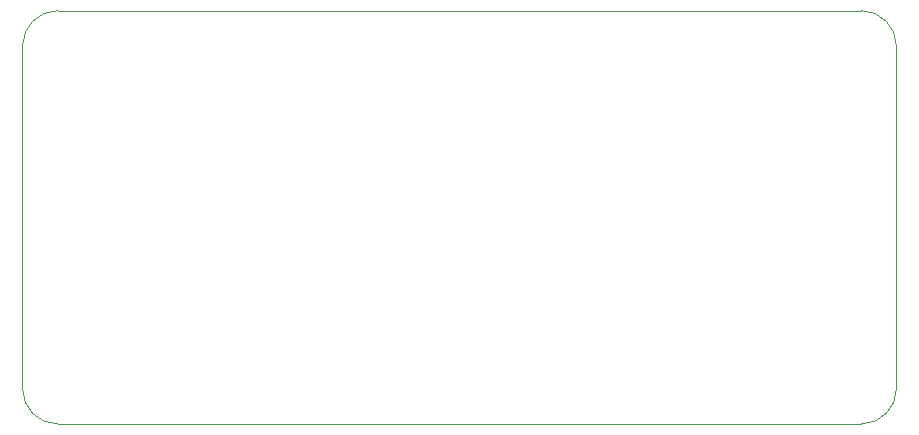
<source format=gbr>
%TF.GenerationSoftware,KiCad,Pcbnew,7.0.2*%
%TF.CreationDate,2023-10-27T13:44:30+02:00*%
%TF.ProjectId,zmct_3phase,7a6d6374-5f33-4706-9861-73652e6b6963,rev?*%
%TF.SameCoordinates,Original*%
%TF.FileFunction,Profile,NP*%
%FSLAX46Y46*%
G04 Gerber Fmt 4.6, Leading zero omitted, Abs format (unit mm)*
G04 Created by KiCad (PCBNEW 7.0.2) date 2023-10-27 13:44:30*
%MOMM*%
%LPD*%
G01*
G04 APERTURE LIST*
%TA.AperFunction,Profile*%
%ADD10C,0.100000*%
%TD*%
G04 APERTURE END LIST*
D10*
X117000000Y-88000000D02*
X117000000Y-117000000D01*
X188000000Y-120000000D02*
X120000000Y-120000000D01*
X191000000Y-88000000D02*
G75*
G03*
X188000000Y-85000000I-3000000J0D01*
G01*
X117000000Y-117000000D02*
G75*
G03*
X120000000Y-120000000I3000000J0D01*
G01*
X188000000Y-120000000D02*
G75*
G03*
X191000000Y-117000000I0J3000000D01*
G01*
X120000000Y-85000000D02*
G75*
G03*
X117000000Y-88000000I0J-3000000D01*
G01*
X191000000Y-88000000D02*
X191000000Y-117000000D01*
X120000000Y-85000000D02*
X188000000Y-85000000D01*
M02*

</source>
